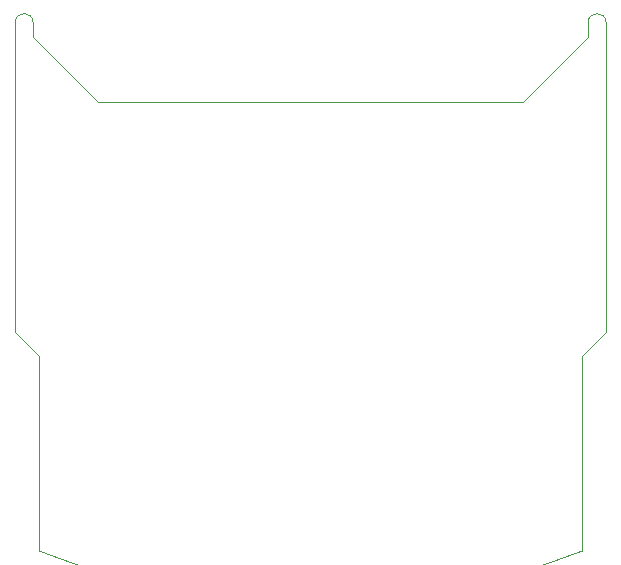
<source format=gm1>
G04 #@! TF.FileFunction,Profile,NP*
%FSLAX46Y46*%
G04 Gerber Fmt 4.6, Leading zero omitted, Abs format (unit mm)*
G04 Created by KiCad (PCBNEW 4.0.7) date Sun Apr  1 13:56:06 2018*
%MOMM*%
%LPD*%
G01*
G04 APERTURE LIST*
%ADD10C,0.150000*%
%ADD11C,0.100000*%
G04 APERTURE END LIST*
D10*
D11*
X152000000Y-185000000D02*
X152000000Y-201500000D01*
X198000000Y-185000000D02*
X198000000Y-201500000D01*
X152000000Y-201500000D02*
G75*
G03X198000000Y-201500000I23000000J58500000D01*
G01*
X200000000Y-183000000D02*
X200000000Y-156750000D01*
X150000000Y-156750000D02*
X150000000Y-183000000D01*
X198500000Y-156750000D02*
X198500000Y-158000000D01*
X200000000Y-156750000D02*
G75*
G03X198500000Y-156750000I-750000J0D01*
G01*
X151500000Y-156750000D02*
X151500000Y-158000000D01*
X151500000Y-156750000D02*
G75*
G03X150000000Y-156750000I-750000J0D01*
G01*
X198000000Y-185000000D02*
X200000000Y-183000000D01*
X152000000Y-185000000D02*
X150000000Y-183000000D01*
X193000000Y-163500000D02*
X198500000Y-158000000D01*
X157000000Y-163500000D02*
X193000000Y-163500000D01*
X151500000Y-158000000D02*
X157000000Y-163500000D01*
M02*

</source>
